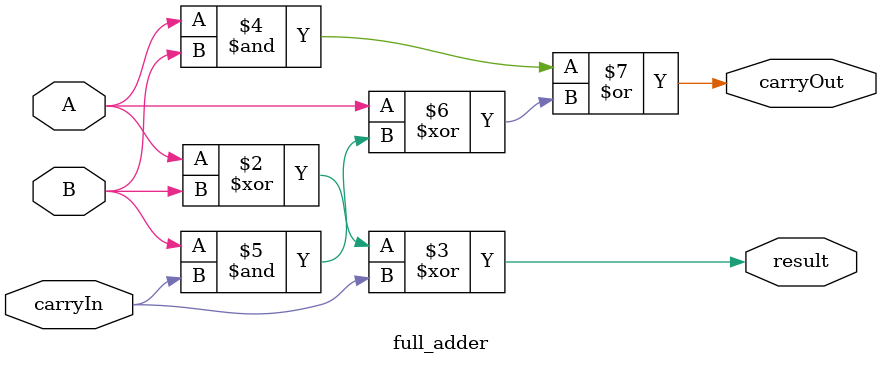
<source format=v>
module full_adder(A, B, carryIn, result, carryOut);
	
	input 	wire		A, B, carryIn;
	output 	reg			result, carryOut;

	always @(*)begin
		result = A ^ B ^ carryIn;
		carryOut = (A & B) | (A ^ B & carryIn);
	end

endmodule

</source>
